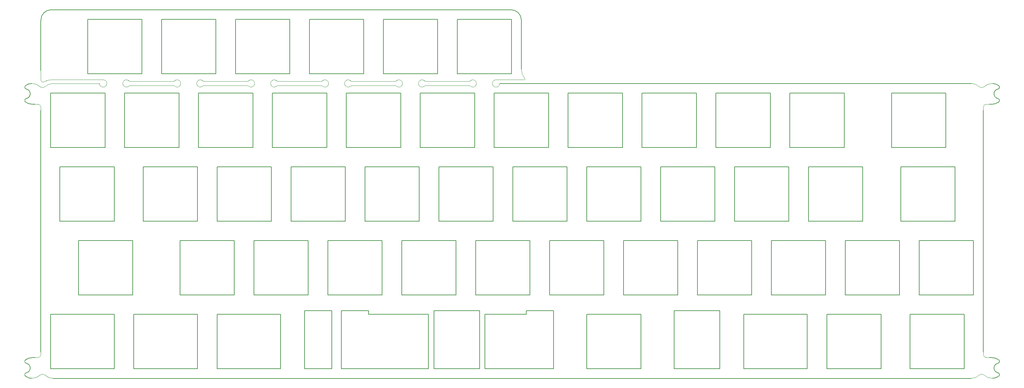
<source format=gbr>
%TF.GenerationSoftware,KiCad,Pcbnew,(7.0.0)*%
%TF.CreationDate,2023-05-06T02:08:23-05:00*%
%TF.ProjectId,Hull_V4N_Tray_Plate,48756c6c-5f56-4344-9e5f-547261795f50,rev?*%
%TF.SameCoordinates,Original*%
%TF.FileFunction,Profile,NP*%
%FSLAX46Y46*%
G04 Gerber Fmt 4.6, Leading zero omitted, Abs format (unit mm)*
G04 Created by KiCad (PCBNEW (7.0.0)) date 2023-05-06 02:08:23*
%MOMM*%
%LPD*%
G01*
G04 APERTURE LIST*
%TA.AperFunction,Profile*%
%ADD10C,0.200000*%
%TD*%
%TA.AperFunction,Profile*%
%ADD11C,0.100000*%
%TD*%
G04 APERTURE END LIST*
D10*
X189562500Y-73675000D02*
X189562500Y-59675000D01*
D11*
X20637501Y-64000000D02*
X20637502Y-63293751D01*
D10*
X30306250Y-111775000D02*
X44306250Y-111775000D01*
D11*
X56683485Y-57150000D02*
G75*
G03*
X55737500Y-56204015I-945985J0D01*
G01*
D10*
X242237500Y-92725000D02*
X256237500Y-92725000D01*
X223187500Y-116825000D02*
X223187500Y-130825000D01*
X121944250Y-130825000D02*
X126675000Y-130825000D01*
X20637501Y-40775000D02*
X20637500Y-53822765D01*
X80312500Y-59675000D02*
X80312500Y-73675000D01*
X61262500Y-73675000D02*
X75262500Y-73675000D01*
X267282465Y-58598754D02*
G75*
G03*
X267282463Y-61051246I242535J-1226246D01*
G01*
X227950000Y-97775000D02*
X227950000Y-111775000D01*
D11*
X74787500Y-56204015D02*
G75*
G03*
X74019636Y-56597485I0J-945985D01*
G01*
D10*
X175275000Y-130825000D02*
X175275000Y-116825000D01*
X56212500Y-73675000D02*
X56212500Y-59675000D01*
X16670111Y-57713680D02*
G75*
G03*
X16880038Y-58598755I306989J-394620D01*
G01*
X95575000Y-115825000D02*
X88581250Y-115825000D01*
X239856250Y-73675000D02*
X253856250Y-73675000D01*
X152725000Y-115825000D02*
X145725000Y-115825000D01*
X146700000Y-111775000D02*
X146700000Y-97775000D01*
X18312500Y-128000002D02*
G75*
G03*
X16670054Y-128563606I0J-2674998D01*
G01*
X244618750Y-116825000D02*
X244618750Y-130825000D01*
X123175000Y-78725000D02*
X123175000Y-92725000D01*
X145725000Y-116825000D02*
X135081250Y-116825000D01*
X253856250Y-59675000D02*
X239856250Y-59675000D01*
X132700000Y-111775000D02*
X146700000Y-111775000D01*
X165750000Y-111775000D02*
X165750000Y-97775000D01*
X82406250Y-130825000D02*
X82406250Y-116825000D01*
X37162500Y-130825000D02*
X39543750Y-130825000D01*
X137175000Y-92725000D02*
X137175000Y-78725000D01*
X88581250Y-130825000D02*
X95575000Y-130825000D01*
X89550000Y-111775000D02*
X89550000Y-97775000D01*
D11*
X117941516Y-57150000D02*
G75*
G03*
X118887500Y-58095984I945984J0D01*
G01*
D10*
X44306250Y-97775000D02*
X30306250Y-97775000D01*
X75550000Y-111775000D02*
X89550000Y-111775000D01*
X189850000Y-111775000D02*
X203850000Y-111775000D01*
X16880037Y-131901242D02*
G75*
G03*
X16670052Y-132786395I97013J-490498D01*
G01*
X39543750Y-92725000D02*
X39543750Y-78725000D01*
X213375000Y-92725000D02*
X213375000Y-78725000D01*
D11*
X265025000Y-62500001D02*
X264318749Y-62500001D01*
D10*
X232425000Y-78725000D02*
X218425000Y-78725000D01*
X184800000Y-111775000D02*
X184800000Y-97775000D01*
X258618750Y-130825000D02*
X258618750Y-116825000D01*
X203850000Y-111775000D02*
X203850000Y-97775000D01*
X94312500Y-59675000D02*
X80312500Y-59675000D01*
D11*
X20557564Y-58079936D02*
G75*
G03*
X18312501Y-57150000I-2245064J-2245064D01*
G01*
D10*
X144462500Y-53474999D02*
X144462500Y-40775000D01*
X151462500Y-73675000D02*
X151462500Y-59675000D01*
X183825000Y-130825000D02*
X188581250Y-130825000D01*
D11*
X112887500Y-58095984D02*
G75*
G03*
X113833484Y-57150000I0J945984D01*
G01*
D10*
X70787500Y-54625000D02*
X84787500Y-54625000D01*
D11*
X137937501Y-58095985D02*
G75*
G03*
X138883485Y-57149999I-1J945985D01*
G01*
D10*
X188581250Y-115825000D02*
X183825000Y-115825000D01*
X105068250Y-115825000D02*
X98068250Y-115825000D01*
X128944250Y-130825000D02*
X133675000Y-130825000D01*
X23312500Y-38100001D02*
G75*
G03*
X20637501Y-40775000I0J-2674999D01*
G01*
X237187500Y-116825000D02*
X223187500Y-116825000D01*
X95575000Y-130825000D02*
X95581250Y-130825000D01*
X16670053Y-61936397D02*
G75*
G03*
X18312501Y-62500001I1642447J2111397D01*
G01*
X84787500Y-40625000D02*
X70787500Y-40625000D01*
X23162500Y-116825000D02*
X23162500Y-130825000D01*
D11*
X118887500Y-56204015D02*
G75*
G03*
X117941515Y-57150000I0J-945985D01*
G01*
D10*
X267282480Y-129448848D02*
G75*
G03*
X267492448Y-128563605I-97080J490548D01*
G01*
X142225000Y-92725000D02*
X156225000Y-92725000D01*
X118125000Y-116825000D02*
X106506250Y-116825000D01*
X161275000Y-78725000D02*
X161275000Y-92725000D01*
X151750000Y-97775000D02*
X151750000Y-111775000D01*
D11*
X263604937Y-132420066D02*
G75*
G03*
X265850001Y-133350001I2245063J2245066D01*
G01*
D10*
X70500000Y-97775000D02*
X56500000Y-97775000D01*
X80025000Y-130825000D02*
X82406250Y-130825000D01*
X165750000Y-97775000D02*
X151750000Y-97775000D01*
X46687500Y-54625000D02*
X46687500Y-40625000D01*
D11*
X60791516Y-57150000D02*
G75*
G03*
X61737500Y-58095984I945984J0D01*
G01*
X23366516Y-56204014D02*
G75*
G03*
X21353327Y-56803156I-20316J-3613586D01*
G01*
D10*
X170512500Y-59675000D02*
X156512500Y-59675000D01*
X70500000Y-111775000D02*
X70500000Y-97775000D01*
X170800000Y-97775000D02*
X170800000Y-111775000D01*
X183825000Y-115825000D02*
X183825000Y-130825000D01*
X265025000Y-62500001D02*
X265850000Y-62500001D01*
D11*
X74019636Y-57702513D02*
X62505364Y-57702514D01*
D10*
X66025000Y-116825000D02*
X66025000Y-130825000D01*
X39543750Y-78725000D02*
X25543750Y-78725000D01*
X188581250Y-130825000D02*
X190825000Y-130825000D01*
X184800000Y-97775000D02*
X170800000Y-97775000D01*
X56500000Y-97775000D02*
X56500000Y-111775000D01*
X25543750Y-130825000D02*
X37162500Y-130825000D01*
X156225000Y-92725000D02*
X156225000Y-78725000D01*
X149081250Y-130825000D02*
X152725000Y-130825000D01*
D11*
X137937500Y-56204015D02*
X145256250Y-56204015D01*
D10*
X85075000Y-78725000D02*
X85075000Y-92725000D01*
X201756250Y-130825000D02*
X204137500Y-130825000D01*
X37162500Y-116825000D02*
X25543750Y-116825000D01*
X89550000Y-97775000D02*
X75550000Y-97775000D01*
X60975000Y-92725000D02*
X60975000Y-78725000D01*
X65737500Y-54625000D02*
X65737500Y-40625000D01*
X135081250Y-130825000D02*
X145725000Y-130825000D01*
D11*
X81555364Y-56597485D02*
G75*
G03*
X80787500Y-56204015I-767864J-552515D01*
G01*
D10*
X99075000Y-92725000D02*
X99075000Y-78725000D01*
X70787500Y-40625000D02*
X70787500Y-54625000D01*
D11*
X19843751Y-128000001D02*
G75*
G03*
X20637501Y-127206250I-1J793751D01*
G01*
D10*
X170512500Y-73675000D02*
X170512500Y-59675000D01*
X25543750Y-78725000D02*
X25543750Y-92725000D01*
D11*
X94783485Y-57150000D02*
G75*
G03*
X93837500Y-56204015I-945985J0D01*
G01*
D10*
X161275000Y-130825000D02*
X175275000Y-130825000D01*
D11*
X21567436Y-132420065D02*
G75*
G03*
X20557564Y-132420066I-504936J-585335D01*
G01*
D10*
X118125000Y-78725000D02*
X104125000Y-78725000D01*
X88575000Y-130825000D02*
X88581250Y-130825000D01*
X113362500Y-59675000D02*
X99362500Y-59675000D01*
X213662500Y-59675000D02*
X213662500Y-73675000D01*
X151750000Y-111775000D02*
X165750000Y-111775000D01*
X195581250Y-115825000D02*
X190825000Y-115825000D01*
D11*
X23812501Y-57150004D02*
G75*
G03*
X21567439Y-58079938I-1J-3174996D01*
G01*
D10*
X106506250Y-130825000D02*
X118125000Y-130825000D01*
X199375000Y-92725000D02*
X213375000Y-92725000D01*
X95581250Y-115825000D02*
X95575000Y-115825000D01*
X247000000Y-111775000D02*
X261000000Y-111775000D01*
X265850001Y-128000000D02*
X265025001Y-128000000D01*
X103837500Y-54625000D02*
X103837500Y-40625000D01*
X16670051Y-132786396D02*
G75*
G03*
X18312500Y-133350001I1642449J2111396D01*
G01*
X23812501Y-133349999D02*
X260350000Y-133349999D01*
X213375000Y-78725000D02*
X199375000Y-78725000D01*
X82406250Y-116825000D02*
X80025000Y-116825000D01*
X194325000Y-78725000D02*
X180325000Y-78725000D01*
X175275000Y-116825000D02*
X161275000Y-116825000D01*
D11*
X263525000Y-126500001D02*
X263525000Y-127206250D01*
D10*
X121944250Y-115825000D02*
X121944250Y-130825000D01*
X127937500Y-54625000D02*
X141937500Y-54625000D01*
X23162500Y-73675000D02*
X37162500Y-73675000D01*
D11*
X20637500Y-53822765D02*
X20637500Y-56356250D01*
X80787500Y-58095984D02*
G75*
G03*
X81555364Y-57702513I0J945984D01*
G01*
D10*
X142225000Y-78725000D02*
X142225000Y-92725000D01*
X208900000Y-97775000D02*
X208900000Y-111775000D01*
X75262500Y-59675000D02*
X61262500Y-59675000D01*
X32687500Y-54625000D02*
X46687500Y-54625000D01*
X120506250Y-130825000D02*
X120506250Y-116825000D01*
X103837500Y-40625000D02*
X89837500Y-40625000D01*
X244618750Y-130825000D02*
X258618750Y-130825000D01*
X237187500Y-130825000D02*
X237187500Y-116825000D01*
X195581250Y-130825000D02*
X195581250Y-115825000D01*
X253856250Y-73675000D02*
X253856250Y-59675000D01*
D11*
X263524999Y-63293751D02*
X263525000Y-64000000D01*
D10*
X19137500Y-128000001D02*
X18312500Y-128000000D01*
D11*
X112887500Y-56204015D02*
G75*
G03*
X112119637Y-56597484I0J-945985D01*
G01*
D10*
X127650000Y-97775000D02*
X113650000Y-97775000D01*
X37162500Y-59675000D02*
X23162500Y-59675000D01*
D11*
X35741517Y-57149999D02*
G75*
G03*
X36687500Y-58095983I945983J-1D01*
G01*
D10*
X61262500Y-59675000D02*
X61262500Y-73675000D01*
X108887500Y-40625000D02*
X108887500Y-54625000D01*
D11*
X55737500Y-58095984D02*
G75*
G03*
X56683484Y-57150000I0J945984D01*
G01*
X43455364Y-56597485D02*
G75*
G03*
X42687500Y-56204015I-767864J-552515D01*
G01*
X118887500Y-58095984D02*
G75*
G03*
X119655364Y-57702513I0J945984D01*
G01*
X36687500Y-56204015D02*
X23366516Y-56204015D01*
D10*
X23162500Y-59675000D02*
X23162500Y-73675000D01*
X66025000Y-130825000D02*
X68406250Y-130825000D01*
D11*
X20637501Y-127206250D02*
X20637501Y-126500001D01*
X136991516Y-57150000D02*
G75*
G03*
X137937500Y-58095984I945984J0D01*
G01*
D10*
X18312501Y-62500001D02*
X19137501Y-62500001D01*
X85075000Y-92725000D02*
X99075000Y-92725000D01*
X118125000Y-92725000D02*
X118125000Y-78725000D01*
D11*
X93837500Y-58095984D02*
G75*
G03*
X94783484Y-57150000I0J945984D01*
G01*
D10*
X126675000Y-130825000D02*
X128944250Y-130825000D01*
X137175000Y-78725000D02*
X123175000Y-78725000D01*
X68406250Y-130825000D02*
X80025000Y-130825000D01*
D11*
X262595064Y-58079936D02*
G75*
G03*
X263604937Y-58079935I504936J585336D01*
G01*
D10*
X98068250Y-130825000D02*
X104125000Y-130825000D01*
X42212500Y-73675000D02*
X56212500Y-73675000D01*
X123175000Y-92725000D02*
X137175000Y-92725000D01*
X232425000Y-92725000D02*
X232425000Y-78725000D01*
X98068250Y-115825000D02*
X98068250Y-130825000D01*
X68406250Y-116825000D02*
X66025000Y-116825000D01*
X133675000Y-115825000D02*
X128944250Y-115825000D01*
X128944250Y-115825000D02*
X126675000Y-115825000D01*
D11*
X100605364Y-56597485D02*
X112119636Y-56597484D01*
D10*
X137462500Y-59675000D02*
X137462500Y-73675000D01*
X144462500Y-40775000D02*
G75*
G03*
X141787501Y-38100000I-2675000J0D01*
G01*
X65737500Y-40625000D02*
X51737500Y-40625000D01*
X267282462Y-129448755D02*
G75*
G03*
X267282464Y-131901246I242538J-1226245D01*
G01*
X44593750Y-116825000D02*
X44593750Y-130825000D01*
X46975000Y-130825000D02*
X58593750Y-130825000D01*
X80025000Y-92725000D02*
X80025000Y-78725000D01*
X37162500Y-73675000D02*
X37162500Y-59675000D01*
D11*
X144462514Y-53474999D02*
G75*
G03*
X145392035Y-55912949I3661886J-1D01*
G01*
X41741516Y-57150000D02*
G75*
G03*
X42687500Y-58095984I945984J0D01*
G01*
X21567437Y-132420064D02*
G75*
G03*
X23812501Y-133349999I2245063J2245064D01*
G01*
D10*
X46975000Y-116825000D02*
X44593750Y-116825000D01*
X190825000Y-115825000D02*
X188581250Y-115825000D01*
X222900000Y-97775000D02*
X208900000Y-97775000D01*
X88575000Y-115825000D02*
X88575000Y-130825000D01*
X108600000Y-97775000D02*
X94600000Y-97775000D01*
X227662500Y-73675000D02*
X227662500Y-59675000D01*
X60975000Y-130825000D02*
X60975000Y-116825000D01*
D11*
X19137500Y-128000000D02*
X19843751Y-128000000D01*
X98891516Y-57150000D02*
G75*
G03*
X99837500Y-58095984I945984J0D01*
G01*
D10*
X66025000Y-92725000D02*
X80025000Y-92725000D01*
X215756250Y-116825000D02*
X204137500Y-116825000D01*
X261000000Y-97775000D02*
X247000000Y-97775000D01*
D11*
X99837500Y-58095984D02*
G75*
G03*
X100605364Y-57702513I0J945984D01*
G01*
D10*
X247000000Y-97775000D02*
X247000000Y-111775000D01*
X80312500Y-73675000D02*
X94312500Y-73675000D01*
D11*
X100605364Y-56597485D02*
G75*
G03*
X99837500Y-56204015I-767864J-552515D01*
G01*
D10*
X56212500Y-59675000D02*
X42212500Y-59675000D01*
X46975000Y-92725000D02*
X60975000Y-92725000D01*
X39543750Y-130825000D02*
X39543750Y-116825000D01*
X127937500Y-40625000D02*
X127937500Y-54625000D01*
D11*
X93069636Y-57702512D02*
X81555364Y-57702513D01*
X54969638Y-57702511D02*
G75*
G03*
X55737500Y-58095981I767862J552511D01*
G01*
D10*
X267492414Y-61936351D02*
G75*
G03*
X267282463Y-61051247I-306914J394651D01*
G01*
X218137500Y-130825000D02*
X218137500Y-116825000D01*
D11*
X54969636Y-57702512D02*
X43455364Y-57702513D01*
X112119638Y-57702511D02*
G75*
G03*
X112887500Y-58095981I767862J552511D01*
G01*
D10*
X39543750Y-116825000D02*
X37162500Y-116825000D01*
D11*
X131937500Y-58095984D02*
G75*
G03*
X132883484Y-57150000I0J945984D01*
G01*
D10*
X84787500Y-54625000D02*
X84787500Y-40625000D01*
X208612500Y-59675000D02*
X194612500Y-59675000D01*
X25543750Y-116825000D02*
X23162500Y-116825000D01*
X44306250Y-111775000D02*
X44306250Y-97775000D01*
X105068250Y-116825000D02*
X105068250Y-115825000D01*
X46687500Y-40625000D02*
X32687500Y-40625000D01*
X242237500Y-78725000D02*
X242237500Y-92725000D01*
D11*
X79841516Y-57150000D02*
G75*
G03*
X80787500Y-58095984I945984J0D01*
G01*
D10*
X104125000Y-78725000D02*
X104125000Y-92725000D01*
X42212500Y-59675000D02*
X42212500Y-73675000D01*
D11*
X119655364Y-56597485D02*
X131169636Y-56597484D01*
D10*
X218425000Y-92725000D02*
X232425000Y-92725000D01*
X132412500Y-59675000D02*
X118412500Y-59675000D01*
X201756250Y-116825000D02*
X201756250Y-130825000D01*
X218137500Y-116825000D02*
X215756250Y-116825000D01*
X170800000Y-111775000D02*
X184800000Y-111775000D01*
D11*
X137937500Y-56204015D02*
G75*
G03*
X136991515Y-57150000I0J-945985D01*
G01*
D10*
X145725000Y-115825000D02*
X145725000Y-116825000D01*
X190825000Y-130825000D02*
X195581250Y-130825000D01*
D11*
X55737500Y-56204015D02*
G75*
G03*
X54969637Y-56597484I0J-945985D01*
G01*
D10*
X80025000Y-116825000D02*
X68406250Y-116825000D01*
X108887500Y-54625000D02*
X122887500Y-54625000D01*
X265850000Y-62499999D02*
G75*
G03*
X267492447Y-61936394I0J2674999D01*
G01*
X94312500Y-73675000D02*
X94312500Y-59675000D01*
X258618750Y-116825000D02*
X244618750Y-116825000D01*
X99362500Y-73675000D02*
X113362500Y-73675000D01*
X204137500Y-116825000D02*
X201756250Y-116825000D01*
X218425000Y-78725000D02*
X218425000Y-92725000D01*
D11*
X42687500Y-58095984D02*
G75*
G03*
X43455364Y-57702513I0J945984D01*
G01*
D10*
X261000000Y-111775000D02*
X261000000Y-97775000D01*
D11*
X81555364Y-56597485D02*
X93069636Y-56597484D01*
X35741516Y-57149999D02*
X23812501Y-57150002D01*
D10*
X180325000Y-92725000D02*
X194325000Y-92725000D01*
X133675000Y-130825000D02*
X133675000Y-115825000D01*
D11*
X62505364Y-56597486D02*
X74019636Y-56597485D01*
D10*
X95581250Y-130825000D02*
X95581250Y-115825000D01*
X58593750Y-116825000D02*
X46975000Y-116825000D01*
D11*
X80787500Y-56204015D02*
G75*
G03*
X79841515Y-57150000I0J-945985D01*
G01*
D10*
X263525000Y-126500001D02*
X263524999Y-64000000D01*
X99362500Y-59675000D02*
X99362500Y-73675000D01*
X32687500Y-40625000D02*
X32687500Y-54625000D01*
X80025000Y-78725000D02*
X66025000Y-78725000D01*
X108600000Y-111775000D02*
X108600000Y-97775000D01*
X267492448Y-128563605D02*
G75*
G03*
X265850001Y-128000000I-1642448J-2111395D01*
G01*
D11*
X74019638Y-57702512D02*
G75*
G03*
X74787500Y-58095982I767862J552512D01*
G01*
X263525000Y-127206250D02*
G75*
G03*
X264318750Y-128000000I793800J50D01*
G01*
D10*
X16880038Y-61051244D02*
G75*
G03*
X16880038Y-58598756I-242538J1226244D01*
G01*
X194612500Y-73675000D02*
X208612500Y-73675000D01*
D11*
X99837500Y-56204015D02*
G75*
G03*
X98891515Y-57150000I0J-945985D01*
G01*
D10*
X194325000Y-92725000D02*
X194325000Y-78725000D01*
X89837500Y-40625000D02*
X89837500Y-54625000D01*
D11*
X61737500Y-56204015D02*
G75*
G03*
X60791515Y-57150000I0J-945985D01*
G01*
D10*
X175562500Y-73675000D02*
X189562500Y-73675000D01*
X51737500Y-54625000D02*
X65737500Y-54625000D01*
X89837500Y-54625000D02*
X103837500Y-54625000D01*
X30306250Y-97775000D02*
X30306250Y-111775000D01*
X137462500Y-73675000D02*
X151462500Y-73675000D01*
X194612500Y-59675000D02*
X194612500Y-73675000D01*
D11*
X61737500Y-58095984D02*
G75*
G03*
X62505364Y-57702514I0J945984D01*
G01*
D10*
X156512500Y-73675000D02*
X170512500Y-73675000D01*
X145725000Y-130825000D02*
X149081250Y-130825000D01*
D11*
X75733485Y-57150000D02*
G75*
G03*
X74787500Y-56204015I-945985J0D01*
G01*
D10*
X113650000Y-111775000D02*
X127650000Y-111775000D01*
X267492414Y-132786353D02*
G75*
G03*
X267282464Y-131901246I-306914J394653D01*
G01*
X60975000Y-116825000D02*
X58593750Y-116825000D01*
D11*
X36687501Y-58095985D02*
G75*
G03*
X37633485Y-57150000I-1J945985D01*
G01*
D10*
X118412500Y-73675000D02*
X132412500Y-73675000D01*
X175562500Y-59675000D02*
X175562500Y-73675000D01*
D11*
X74787500Y-58095984D02*
G75*
G03*
X75733484Y-57150000I0J945984D01*
G01*
X113833485Y-57150000D02*
G75*
G03*
X112887500Y-56204015I-945985J0D01*
G01*
X20637526Y-56356249D02*
G75*
G03*
X21353327Y-56803154I514674J27649D01*
G01*
X43455364Y-56597485D02*
X54969636Y-56597484D01*
D10*
X189562500Y-59675000D02*
X175562500Y-59675000D01*
X141787501Y-38100000D02*
X23312500Y-38100000D01*
X256237500Y-92725000D02*
X256237500Y-78725000D01*
X265850001Y-133350000D02*
G75*
G03*
X267492448Y-132786395I-1J2675000D01*
G01*
X256237500Y-78725000D02*
X242237500Y-78725000D01*
X135081250Y-116825000D02*
X135081250Y-130825000D01*
D11*
X37633485Y-57150000D02*
G75*
G03*
X36687500Y-56204015I-945985J0D01*
G01*
D10*
X58593750Y-130825000D02*
X60975000Y-130825000D01*
X104125000Y-130825000D02*
X105068250Y-130825000D01*
X161275000Y-116825000D02*
X161275000Y-130825000D01*
X208900000Y-111775000D02*
X222900000Y-111775000D01*
X122887500Y-54625000D02*
X122887500Y-40625000D01*
X199375000Y-78725000D02*
X199375000Y-92725000D01*
D11*
X62505364Y-56597486D02*
G75*
G03*
X61737500Y-56204016I-767864J-552514D01*
G01*
X264318750Y-128000000D02*
X265025001Y-128000000D01*
X42687500Y-56204015D02*
G75*
G03*
X41741515Y-57150000I0J-945985D01*
G01*
X112119636Y-57702512D02*
X100605364Y-57702513D01*
D10*
X189850000Y-97775000D02*
X189850000Y-111775000D01*
D11*
X93069638Y-57702511D02*
G75*
G03*
X93837500Y-58095981I767862J552511D01*
G01*
X20557562Y-58079938D02*
G75*
G03*
X21567439Y-58079938I504938J585338D01*
G01*
D10*
X239856250Y-59675000D02*
X239856250Y-73675000D01*
X46975000Y-78725000D02*
X46975000Y-92725000D01*
D11*
X145256250Y-56204027D02*
G75*
G03*
X145392035Y-55912949I4250J175227D01*
G01*
D10*
X156225000Y-78725000D02*
X142225000Y-78725000D01*
X213662500Y-73675000D02*
X227662500Y-73675000D01*
X260350000Y-57150002D02*
X138883485Y-57149999D01*
X241950000Y-97775000D02*
X227950000Y-97775000D01*
X208612500Y-73675000D02*
X208612500Y-59675000D01*
X122887500Y-40625000D02*
X108887500Y-40625000D01*
X156512500Y-59675000D02*
X156512500Y-73675000D01*
X118125000Y-130825000D02*
X120506250Y-130825000D01*
X66025000Y-78725000D02*
X66025000Y-92725000D01*
X203850000Y-97775000D02*
X189850000Y-97775000D01*
D11*
X131169636Y-57702512D02*
X119655364Y-57702513D01*
D10*
X51737500Y-40625000D02*
X51737500Y-54625000D01*
D11*
X119655364Y-56597485D02*
G75*
G03*
X118887500Y-56204015I-767864J-552515D01*
G01*
X262595063Y-58079937D02*
G75*
G03*
X260350000Y-57150002I-2245063J-2245063D01*
G01*
D10*
X215756250Y-130825000D02*
X218137500Y-130825000D01*
X105068250Y-130825000D02*
X106506250Y-130825000D01*
D11*
X131937500Y-56204015D02*
G75*
G03*
X131169637Y-56597484I0J-945985D01*
G01*
D10*
X222900000Y-111775000D02*
X222900000Y-97775000D01*
X118412500Y-59675000D02*
X118412500Y-73675000D01*
X20637501Y-64000000D02*
X20637501Y-126500001D01*
X132412500Y-73675000D02*
X132412500Y-59675000D01*
X180325000Y-78725000D02*
X180325000Y-92725000D01*
X56500000Y-111775000D02*
X70500000Y-111775000D01*
X141937500Y-40625000D02*
X127937500Y-40625000D01*
D11*
X260350000Y-133349998D02*
G75*
G03*
X262595063Y-132420063I0J3174998D01*
G01*
D10*
X223187500Y-130825000D02*
X237187500Y-130825000D01*
X16880038Y-131901244D02*
G75*
G03*
X16880038Y-129448756I-242538J1226244D01*
G01*
D11*
X264318749Y-62500099D02*
G75*
G03*
X263524999Y-63293751I-49J-793701D01*
G01*
D10*
X16880037Y-61051241D02*
G75*
G03*
X16670053Y-61936397I97013J-490499D01*
G01*
X75550000Y-97775000D02*
X75550000Y-111775000D01*
X44593750Y-130825000D02*
X46975000Y-130825000D01*
X60975000Y-78725000D02*
X46975000Y-78725000D01*
D11*
X263604938Y-132420065D02*
G75*
G03*
X262595063Y-132420063I-504938J-585335D01*
G01*
X20637599Y-63293751D02*
G75*
G03*
X19843752Y-62500001I-793799J-49D01*
G01*
D10*
X267492447Y-57713604D02*
G75*
G03*
X265850001Y-57150000I-1642447J-2111396D01*
G01*
X88581250Y-115825000D02*
X88575000Y-115825000D01*
X227662500Y-59675000D02*
X213662500Y-59675000D01*
X23162500Y-130825000D02*
X25543750Y-130825000D01*
X104125000Y-92725000D02*
X118125000Y-92725000D01*
X94600000Y-111775000D02*
X108600000Y-111775000D01*
X94600000Y-97775000D02*
X94600000Y-111775000D01*
D11*
X93837500Y-56204015D02*
G75*
G03*
X93069637Y-56597484I0J-945985D01*
G01*
D10*
X141937500Y-54625000D02*
X141937500Y-40625000D01*
D11*
X131169638Y-57702511D02*
G75*
G03*
X131937500Y-58095981I767862J552511D01*
G01*
D10*
X99075000Y-78725000D02*
X85075000Y-78725000D01*
X25543750Y-92725000D02*
X39543750Y-92725000D01*
X113362500Y-73675000D02*
X113362500Y-59675000D01*
X152725000Y-130825000D02*
X152725000Y-115825000D01*
X18312500Y-57150001D02*
G75*
G03*
X16670053Y-57713605I0J-2674999D01*
G01*
X204137500Y-130825000D02*
X215756250Y-130825000D01*
D11*
X19843752Y-62500001D02*
X19137501Y-62500001D01*
D10*
X146700000Y-97775000D02*
X132700000Y-97775000D01*
X127650000Y-111775000D02*
X127650000Y-97775000D01*
X126675000Y-115825000D02*
X121944250Y-115825000D01*
X227950000Y-111775000D02*
X241950000Y-111775000D01*
X151462500Y-59675000D02*
X137462500Y-59675000D01*
X106506250Y-116825000D02*
X105068250Y-116825000D01*
X267282484Y-58598849D02*
G75*
G03*
X267492448Y-57713603I-97084J490549D01*
G01*
D11*
X265850000Y-57150001D02*
G75*
G03*
X263604937Y-58079936I0J-3174999D01*
G01*
X132883485Y-57150000D02*
G75*
G03*
X131937500Y-56204015I-945985J0D01*
G01*
D10*
X113650000Y-97775000D02*
X113650000Y-111775000D01*
X175275000Y-78725000D02*
X161275000Y-78725000D01*
X161275000Y-92725000D02*
X175275000Y-92725000D01*
X241950000Y-111775000D02*
X241950000Y-97775000D01*
X75262500Y-73675000D02*
X75262500Y-59675000D01*
X132700000Y-97775000D02*
X132700000Y-111775000D01*
X16670112Y-128563679D02*
G75*
G03*
X16880038Y-129448755I306988J-394621D01*
G01*
D11*
X18312500Y-133349999D02*
G75*
G03*
X20557562Y-132420064I0J3174999D01*
G01*
D10*
X120506250Y-116825000D02*
X118125000Y-116825000D01*
X175275000Y-92725000D02*
X175275000Y-78725000D01*
M02*

</source>
